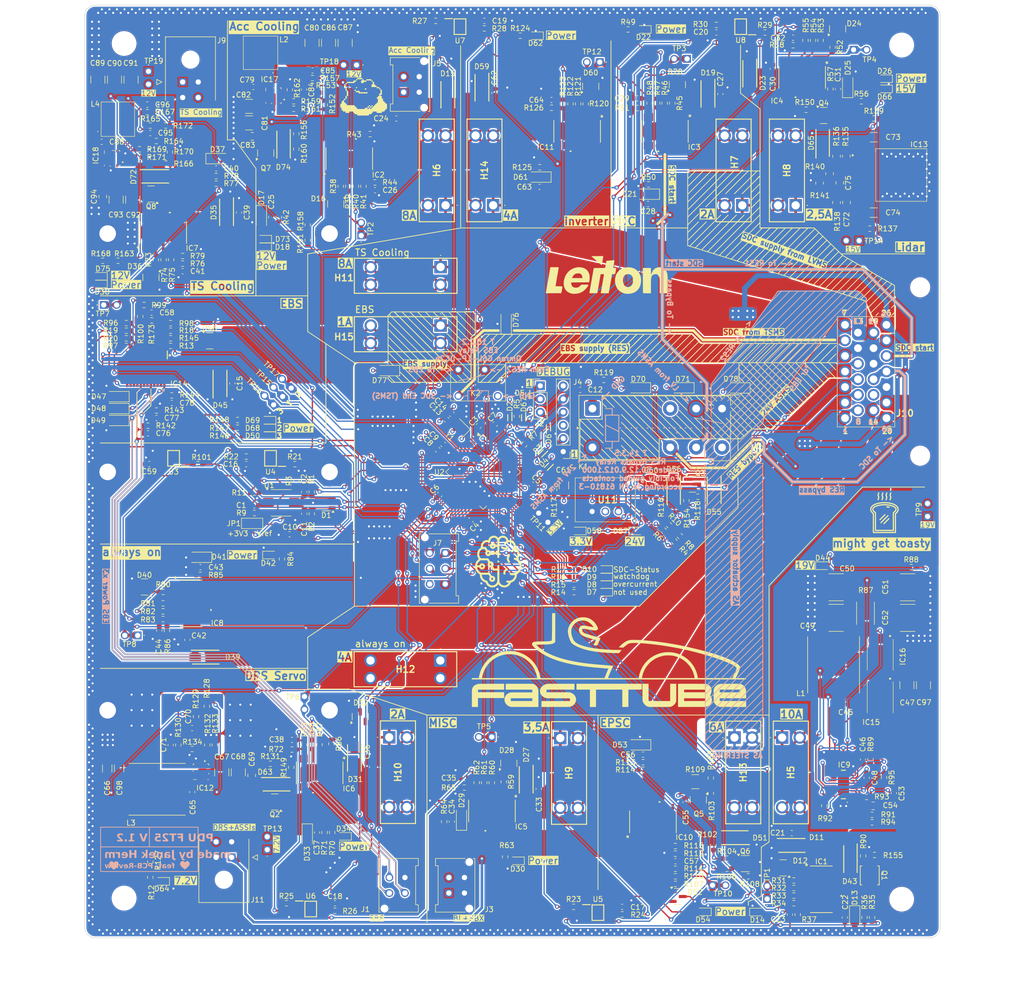
<source format=kicad_pcb>
(kicad_pcb
	(version 20240108)
	(generator "pcbnew")
	(generator_version "8.0")
	(general
		(thickness 1.6)
		(legacy_teardrops no)
	)
	(paper "A3")
	(title_block
		(title "PDU FT25")
		(date "2025-01-15")
		(rev "V1.2")
		(company "Janek Herm")
		(comment 1 "FasTTUBe Electronics")
	)
	(layers
		(0 "F.Cu" signal)
		(1 "In1.Cu" power)
		(2 "In2.Cu" signal)
		(31 "B.Cu" mixed)
		(32 "B.Adhes" user "B.Adhesive")
		(33 "F.Adhes" user "F.Adhesive")
		(34 "B.Paste" user)
		(35 "F.Paste" user)
		(36 "B.SilkS" user "B.Silkscreen")
		(37 "F.SilkS" user "F.Silkscreen")
		(38 "B.Mask" user)
		(39 "F.Mask" user)
		(40 "Dwgs.User" user "User.Drawings")
		(41 "Cmts.User" user "User.Comments")
		(42 "Eco1.User" user "User.Eco1")
		(43 "Eco2.User" user "User.Eco2")
		(44 "Edge.Cuts" user)
		(45 "Margin" user)
		(46 "B.CrtYd" user "B.Courtyard")
		(47 "F.CrtYd" user "F.Courtyard")
		(48 "B.Fab" user)
		(49 "F.Fab" user)
		(50 "User.1" user)
		(51 "User.2" user)
		(52 "User.3" user)
		(53 "User.4" user)
		(54 "User.5" user)
		(55 "User.6" user)
		(56 "User.7" user)
		(57 "User.8" user)
		(58 "User.9" user)
	)
	(setup
		(stackup
			(layer "F.SilkS"
				(type "Top Silk Screen")
			)
			(layer "F.Paste"
				(type "Top Solder Paste")
			)
			(layer "F.Mask"
				(type "Top Solder Mask")
				(thickness 0.01)
			)
			(layer "F.Cu"
				(type "copper")
				(thickness 0.035)
			)
			(layer "dielectric 1"
				(type "prepreg")
				(thickness 0.1)
				(material "FR4")
				(epsilon_r 4.5)
				(loss_tangent 0.02)
			)
			(layer "In1.Cu"
				(type "copper")
				(thickness 0.035)
			)
			(layer "dielectric 2"
				(type "core")
				(thickness 1.24)
				(material "FR4")
				(epsilon_r 4.5)
				(loss_tangent 0.02)
			)
			(layer "In2.Cu"
				(type "copper")
				(thickness 0.035)
			)
			(layer "dielectric 3"
				(type "prepreg")
				(thickness 0.1)
				(material "FR4")
				(epsilon_r 4.5)
				(loss_tangent 0.02)
			)
			(layer "B.Cu"
				(type "copper")
				(thickness 0.035)
			)
			(layer "B.Mask"
				(type "Bottom Solder Mask")
				(thickness 0.01)
			)
			(layer "B.Paste"
				(type "Bottom Solder Paste")
			)
			(layer "B.SilkS"
				(type "Bottom Silk Screen")
			)
			(copper_finish "None")
			(dielectric_constraints no)
		)
		(pad_to_mask_clearance 0)
		(allow_soldermask_bridges_in_footprints no)
		(pcbplotparams
			(layerselection 0x00010fc_ffffffff)
			(plot_on_all_layers_selection 0x0000000_00000000)
			(disableapertmacros no)
			(usegerberextensions no)
			(usegerberattributes yes)
			(usegerberadvancedattributes yes)
			(creategerberjobfile no)
			(dashed_line_dash_ratio 12.000000)
			(dashed_line_gap_ratio 3.000000)
			(svgprecision 4)
			(plotframeref no)
			(viasonmask no)
			(mode 1)
			(useauxorigin yes)
			(hpglpennumber 1)
			(hpglpenspeed 20)
			(hpglpendiameter 15.000000)
			(pdf_front_fp_property_popups yes)
			(pdf_back_fp_property_popups yes)
			(dxfpolygonmode yes)
			(dxfimperialunits yes)
			(dxfusepcbnewfont yes)
			(psnegative no)
			(psa4output no)
			(plotreference yes)
			(plotvalue no)
			(plotfptext yes)
			(plotinvisibletext no)
			(sketchpadsonfab no)
			(subtractmaskfromsilk yes)
			(outputformat 1)
			(mirror no)
			(drillshape 0)
			(scaleselection 1)
			(outputdirectory "gerber/")
		)
	)
	(net 0 "")
	(net 1 "GND")
	(net 2 "+3V3")
	(net 3 "stdCAN_H")
	(net 4 "/MCU/Vref")
	(net 5 "stdCAN_L")
	(net 6 "/MCU/NRST")
	(net 7 "Net-(D11-A2)")
	(net 8 "/powerstages/P_Out6a")
	(net 9 "/powerstages/IS4")
	(net 10 "Net-(D15-A2)")
	(net 11 "/connectors/P_Out1")
	(net 12 "/powerstages/IS1")
	(net 13 "Net-(D19-A2)")
	(net 14 "/powerstages/IS10")
	(net 15 "Net-(D23-A2)")
	(net 16 "/powerstages/P_Out9a")
	(net 17 "/powerstages/IS7")
	(net 18 "Net-(D27-A2)")
	(net 19 "/connectors/P_Out8")
	(net 20 "/powerstages/IS8")
	(net 21 "Net-(D31-A2)")
	(net 22 "/powerstages/P_Out5a")
	(net 23 "/powerstages/IS3")
	(net 24 "Net-(D35-A2)")
	(net 25 "/connectors/P_Out2")
	(net 26 "/powerstages/IS2")
	(net 27 "/connectors/P_Out9")
	(net 28 "/powerstages/IS9")
	(net 29 "Net-(IC9-CBOOT)")
	(net 30 "Net-(IC9-SW)")
	(net 31 "Net-(IC9-VCC)")
	(net 32 "Net-(D43-K)")
	(net 33 "Net-(IC9-PFM{slash}SYNC)")
	(net 34 "/connectors/P_Out4")
	(net 35 "Net-(C53-Pad2)")
	(net 36 "Net-(IC9-EXTCOMP)")
	(net 37 "Net-(D51-A2)")
	(net 38 "/connectors/P_Out5")
	(net 39 "/powerstages/IS5")
	(net 40 "Net-(D56-K)")
	(net 41 "Net-(D59-A2)")
	(net 42 "/connectors/P_Out6")
	(net 43 "/powerstages/IS6")
	(net 44 "Net-(IC12-SW)")
	(net 45 "Net-(IC12-BOOT)")
	(net 46 "/connectors/P_Out3")
	(net 47 "Net-(D63-K)")
	(net 48 "Net-(IC12-FB)")
	(net 49 "Net-(IC12-SS)")
	(net 50 "/connectors/P_Out7")
	(net 51 "Net-(IC13-FB)")
	(net 52 "Net-(D65-K)")
	(net 53 "Net-(IC13-SS)")
	(net 54 "/MCU/SWCLK")
	(net 55 "/MCU/SWDIO")
	(net 56 "/MCU/UART_RX")
	(net 57 "/MCU/UART_TX")
	(net 58 "Net-(D7-A)")
	(net 59 "Net-(D8-A)")
	(net 60 "Net-(D9-A)")
	(net 61 "Net-(D10-A)")
	(net 62 "Net-(D12-A)")
	(net 63 "unconnected-(D12-NC-Pad2)")
	(net 64 "Net-(D14-A)")
	(net 65 "Net-(D16-A)")
	(net 66 "unconnected-(D16-NC-Pad2)")
	(net 67 "Net-(D18-A)")
	(net 68 "Net-(D20-A)")
	(net 69 "unconnected-(D20-NC-Pad2)")
	(net 70 "Net-(D22-A)")
	(net 71 "Net-(D24-A)")
	(net 72 "unconnected-(D24-NC-Pad2)")
	(net 73 "Net-(D26-A)")
	(net 74 "Net-(D28-A)")
	(net 75 "unconnected-(D28-NC-Pad2)")
	(net 76 "Net-(D30-A)")
	(net 77 "unconnected-(D32-NC-Pad2)")
	(net 78 "Net-(D32-A)")
	(net 79 "Net-(D34-A)")
	(net 80 "Net-(D36-A)")
	(net 81 "unconnected-(D36-NC-Pad2)")
	(net 82 "Net-(D38-A)")
	(net 83 "Net-(D43-A)")
	(net 84 "Net-(D44-A)")
	(net 85 "Net-(D45-A2)")
	(net 86 "/powerstages/IS11")
	(net 87 "/connectors/P_Out12")
	(net 88 "unconnected-(D52-NC-Pad2)")
	(net 89 "Net-(D52-A)")
	(net 90 "Net-(D54-A)")
	(net 91 "Net-(D56-A)")
	(net 92 "Net-(D57-A)")
	(net 93 "Net-(D58-A)")
	(net 94 "unconnected-(D60-NC-Pad2)")
	(net 95 "Net-(D60-A)")
	(net 96 "Net-(D62-A)")
	(net 97 "Net-(D63-A)")
	(net 98 "Net-(D64-A)")
	(net 99 "Net-(D65-A)")
	(net 100 "Net-(D66-A)")
	(net 101 "/connectors/P_Out11")
	(net 102 "/connectors/P_Out10")
	(net 103 "Net-(D46-A)")
	(net 104 "+24V")
	(net 105 "Net-(IC1-IS)")
	(net 106 "Net-(IC1-GND)")
	(net 107 "Net-(IC1-IN)")
	(net 108 "Net-(IC1-DEN)")
	(net 109 "Net-(IC2-IS)")
	(net 110 "Net-(IC2-IN)")
	(net 111 "Net-(IC2-DEN)")
	(net 112 "Net-(IC2-GND)")
	(net 113 "Net-(IC3-IN)")
	(net 114 "Net-(IC3-GND)")
	(net 115 "Net-(IC3-IS)")
	(net 116 "Net-(IC3-DEN)")
	(net 117 "Net-(IC4-IN)")
	(net 118 "Net-(IC4-GND)")
	(net 119 "Net-(IC4-IS)")
	(net 120 "Net-(IC4-DEN)")
	(net 121 "Net-(IC5-GND)")
	(net 122 "Net-(IC5-DEN)")
	(net 123 "Net-(IC5-IS)")
	(net 124 "Net-(IC5-IN)")
	(net 125 "Net-(IC6-GND)")
	(net 126 "Net-(IC6-IN)")
	(net 127 "Net-(IC6-DEN)")
	(net 128 "Net-(IC6-IS)")
	(net 129 "Net-(IC7-IN)")
	(net 130 "Net-(IC7-IS)")
	(net 131 "Net-(IC7-GND)")
	(net 132 "Net-(IC7-DEN)")
	(net 133 "Net-(IC9-CNFG)")
	(net 134 "Net-(IC9-PG{slash}SYNCOUT)")
	(net 135 "Net-(IC9-RT)")
	(net 136 "Net-(IC9-ISNS+)")
	(net 137 "Net-(IC9-HO)")
	(net 138 "Net-(IC9-LO)")
	(net 139 "Net-(IC9-FB)")
	(net 140 "Net-(IC10-IS)")
	(net 141 "Net-(IC10-IN)")
	(net 142 "Net-(IC10-DEN)")
	(net 143 "Net-(IC10-GND)")
	(net 144 "Net-(IC11-DEN)")
	(net 145 "Net-(IC11-IS)")
	(net 146 "Net-(IC11-IN)")
	(net 147 "Net-(IC11-GND)")
	(net 148 "Net-(IC12-PG)")
	(net 149 "Net-(IC12-MODE)")
	(net 150 "Net-(IC12-EN)")
	(net 151 "Net-(IC13-RON)")
	(net 152 "Net-(IC13-EN)")
	(net 153 "/MCU/SWO")
	(net 154 "FDCAN_H")
	(net 155 "FDCAN_L")
	(net 156 "/RBR/SDC bypass")
	(net 157 "24V ASMS")
	(net 158 "Net-(JP1-C)")
	(net 159 "unconnected-(K1-Pad12)")
	(net 160 "unconnected-(K1-Pad24)")
	(net 161 "Net-(K1-PadA1)")
	(net 162 "unconnected-(D46-NC-Pad2)")
	(net 163 "Net-(IC14-DSEL1)")
	(net 164 "Net-(Q5-D)")
	(net 165 "Net-(Q5-G)")
	(net 166 "Net-(Q6-G)")
	(net 167 "Net-(Q6-D)")
	(net 168 "Net-(U1-Rs)")
	(net 169 "Net-(U2-PA0)")
	(net 170 "Net-(U2-BOOT0)")
	(net 171 "Net-(U2-PC0)")
	(net 172 "Net-(U2-PA11)")
	(net 173 "/MCU/CAN_RX")
	(net 174 "/MCU/CAN_TX")
	(net 175 "Net-(U2-PA12)")
	(net 176 "unconnected-(U2-PB7-Pad59)")
	(net 177 "unconnected-(U2-PA15-Pad50)")
	(net 178 "/MCU/STATUS_LED1")
	(net 179 "/MCU/STATUS_LED2")
	(net 180 "/MCU/STATUS_LED3")
	(net 181 "/MCU/STATUS_LED4")
	(net 182 "Net-(R12-Pad1)")
	(net 183 "Net-(U4A--)")
	(net 184 "/MCU/ISENSE1")
	(net 185 "Net-(U4B--)")
	(net 186 "/MCU/ISENSE2")
	(net 187 "/MCU/ISENSE3")
	(net 188 "Net-(U5A--)")
	(net 189 "Net-(U5B--)")
	(net 190 "/MCU/ISENSE4")
	(net 191 "/MCU/ISENSE5")
	(net 192 "Net-(U6A--)")
	(net 193 "Net-(U6B--)")
	(net 194 "/MCU/ISENSE6")
	(net 195 "/MCU/ISENSE7")
	(net 196 "Net-(U7A--)")
	(net 197 "Net-(U7B--)")
	(net 198 "/MCU/ISENSE8")
	(net 199 "/MCU/ISENSE9")
	(net 200 "Net-(U8A--)")
	(net 201 "Net-(U8B--)")
	(net 202 "/MCU/ISENSE10")
	(net 203 "/MCU/IN4")
	(net 204 "/MCU/IN1")
	(net 205 "/MCU/IN10")
	(net 206 "/MCU/IN7")
	(net 207 "/MCU/IN8")
	(net 208 "/MCU/IN3")
	(net 209 "/MCU/IN2")
	(net 210 "/MCU/IN9")
	(net 211 "/MCU/IN11")
	(net 212 "/MCU/IN12")
	(net 213 "/MCU/IN13")
	(net 214 "/MCU/PC_Read")
	(net 215 "/MCU/PC_EN")
	(net 216 "/MCU/IN5")
	(net 217 "/MCU/IN6")
	(net 218 "/MCU/XTAL_OUT")
	(net 219 "unconnected-(U2-PC5-Pad25)")
	(net 220 "Net-(IC14-GND)")
	(net 221 "unconnected-(U2-PC12-Pad53)")
	(net 222 "Net-(IC14-DEN)")
	(net 223 "Net-(IC14-IN2)")
	(net 224 "/MCU/XTAL_IN")
	(net 225 "unconnected-(U2-PD2-Pad54)")
	(net 226 "unconnected-(IC14-OUT3-Pad13)")
	(net 227 "Net-(IC14-IN0)")
	(net 228 "Net-(IC14-IN3)")
	(net 229 "Net-(IC14-DSEL0)")
	(net 230 "Net-(IC14-IN1)")
	(net 231 "Net-(IC14-IS)")
	(net 232 "/MCU/DSEL0")
	(net 233 "/MCU/DSEL1")
	(net 234 "Net-(U3A--)")
	(net 235 "/MCU/ISENSE11")
	(net 236 "Net-(U3B--)")
	(net 237 "unconnected-(IC9-NC_1-Pad1)")
	(net 238 "unconnected-(IC9-NC_2-Pad2)")
	(net 239 "unconnected-(IC9-NC_4-Pad23)")
	(net 240 "unconnected-(IC9-NC_3-Pad22)")
	(net 241 "unconnected-(IC9-NC_5-Pad24)")
	(net 242 "Net-(D50-A)")
	(net 243 "Net-(D68-A)")
	(net 244 "Net-(D69-A)")
	(net 245 "/connectors/P_Out14")
	(net 246 "/connectors/P_Out13")
	(net 247 "Net-(IC17-SW)")
	(net 248 "Net-(IC17-BOOT)")
	(net 249 "Net-(D72-K)")
	(net 250 "Net-(IC17-FB)")
	(net 251 "Net-(IC17-SS)")
	(net 252 "Net-(IC18-BOOT)")
	(net 253 "Net-(IC18-SW)")
	(net 254 "Net-(D74-K)")
	(net 255 "Net-(IC18-FB)")
	(net 256 "Net-(IC18-SS)")
	(net 257 "Net-(D72-A)")
	(net 258 "Net-(D73-A)")
	(net 259 "Net-(D74-A)")
	(net 260 "Net-(D75-A)")
	(net 261 "Net-(IC17-PG)")
	(net 262 "Net-(IC17-MODE)")
	(net 263 "Net-(IC17-EN)")
	(net 264 "Net-(IC18-PG)")
	(net 265 "Net-(IC18-MODE)")
	(net 266 "Net-(IC18-EN)")
	(net 267 "Net-(R151-Pad2)")
	(net 268 "Net-(R163-Pad2)")
	(net 269 "EBS supply")
	(net 270 "AS actuator supply")
	(net 271 "unconnected-(IC1-NC-Pad7)")
	(net 272 "unconnected-(IC1-NC-Pad1)")
	(net 273 "unconnected-(IC1-NC-Pad14)")
	(net 274 "unconnected-(IC1-NC-Pad8)")
	(net 275 "unconnected-(IC1-NC-Pad9)")
	(net 276 "unconnected-(IC1-NC-Pad13)")
	(net 277 "unconnected-(IC1-NC-Pad2)")
	(net 278 "unconnected-(IC2-NC-Pad2)")
	(net 279 "unconnected-(IC2-NC-Pad7)")
	(net 280 "unconnected-(IC2-NC-Pad8)")
	(net 281 "unconnected-(IC2-NC-Pad14)")
	(net 282 "unconnected-(IC2-NC-Pad1)")
	(net 283 "unconnected-(IC2-NC-Pad9)")
	(net 284 "unconnected-(IC2-NC-Pad13)")
	(net 285 "unconnected-(IC3-NC-Pad8)")
	(net 286 "unconnected-(IC3-NC-Pad1)")
	(net 287 "unconnected-(IC3-NC-Pad7)")
	(net 288 "unconnected-(IC3-NC-Pad14)")
	(net 289 "unconnected-(IC3-NC-Pad13)")
	(net 290 "unconnected-(IC3-NC-Pad9)")
	(net 291 "unconnected-(IC3-NC-Pad2)")
	(net 292 "unconnected-(IC4-NC-Pad2)")
	(net 293 "unconnected-(IC4-NC-Pad1)")
	(net 294 "unconnected-(IC4-NC-Pad13)")
	(net 295 "unconnected-(IC4-NC-Pad7)")
	(net 296 "unconnected-(IC4-NC-Pad9)")
	(net 297 "unconnected-(IC4-NC-Pad8)")
	(net 298 "unconnected-(IC4-NC-Pad14)")
	(net 299 "unconnected-(IC5-NC-Pad1)")
	(net 300 "unconnected-(IC5-NC-Pad8)")
	(net 301 "unconnected-(IC5-NC-Pad9)")
	(net 302 "unconnected-(IC5-NC-Pad14)")
	(net 303 "unconnected-(IC5-NC-Pad13)")
	(net 304 "unconnected-(IC5-NC-Pad2)")
	(net 305 "unconnected-(IC5-NC-Pad7)")
	(net 306 "unconnected-(IC6-NC-Pad14)")
	(net 307 "unconnected-(IC6-NC-Pad2)")
	(net 308 "unconnected-(IC6-NC-Pad7)")
	(net 309 "unconnected-(IC6-NC-Pad1)")
	(net 310 "unconnected-(IC6-NC-Pad9)")
	(net 311 "unconnected-(IC6-NC-Pad8)")
	(net 312 "unconnected-(IC6-NC-Pad13)")
	(net 313 "unconnected-(IC7-NC-Pad1)")
	(net 314 "unconnected-(IC7-NC-Pad9)")
	(net 315 "unconnected-(IC7-NC-Pad14)")
	(net 316 "unconnected-(IC7-NC-Pad13)")
	(net 317 "unconnected-(IC7-NC-Pad7)")
	(net 318 "unconnected-(IC7-NC-Pad8)")
	(net 319 "unconnected-(IC7-NC-Pad2)")
	(net 320 "unconnected-(IC10-NC-Pad14)")
	(net 321 "unconnected-(IC10-NC-Pad8)")
	(net 322 "unconnected-(IC10-NC-Pad13)")
	(net 323 "unconnected-(IC10-NC-Pad9)")
	(net 324 "unconnected-(IC10-NC-Pad1)")
	(net 325 "unconnected-(IC10-NC-Pad7)")
	(net 326 "unconnected-(IC10-NC-Pad2)")
	(net 327 "unconnected-(IC11-NC-Pad1)")
	(net 328 "unconnected-(IC11-NC-Pad13)")
	(net 329 "unconnected-(IC11-NC-Pad2)")
	(net 330 "unconnected-(IC11-NC-Pad7)")
	(net 331 "unconnected-(IC11-NC-Pad9)")
	(net 332 "unconnected-(IC11-NC-Pad8)")
	(net 333 "unconnected-(IC11-NC-Pad14)")
	(net 334 "unconnected-(IC14-NC-Pad21)")
	(net 335 "unconnected-(IC14-NC-Pad19)")
	(net 336 "unconnected-(IC14-NC-Pad15)")
	(net 337 "unconnected-(IC14-NC-Pad18)")
	(net 338 "unconnected-(IC14-NC-Pad23)")
	(net 339 "unconnected-(IC14-NC-Pad22)")
	(net 340 "unconnected-(IC14-NC-Pad14)")
	(net 341 "unconnected-(IC14-NC-Pad12)")
	(net 342 "unconnected-(IC14-NC-Pad1)")
	(net 343 "unconnected-(IC14-NC-Pad16)")
	(net 344 "/EBSR/EBS power")
	(net 345 "unconnected-(U2-PC14-Pad3)")
	(net 346 "unconnected-(U2-PC15-Pad4)")
	(net 347 "unconnected-(U2-PC13-Pad2)")
	(net 348 "Net-(R100-Pad1)")
	(net 349 "/RBR/RES")
	(net 350 "TSMS SDC")
	(net 351 "unconnected-(IC14-NC-Pad3)")
	(net 352 "unconnected-(U2-PB0-Pad26)")
	(net 353 "Net-(D39-A2)")
	(net 354 "unconnected-(D40-NC-Pad2)")
	(net 355 "Net-(D40-A)")
	(net 356 "Net-(D42-A)")
	(net 357 "unconnected-(IC8-NC-Pad8)")
	(net 358 "unconnected-(IC8-NC-Pad13)")
	(net 359 "Net-(IC8-IN)")
	(net 360 "unconnected-(IC8-NC-Pad9)")
	(net 361 "unconnected-(IC8-NC-Pad1)")
	(net 362 "Net-(IC8-DEN)")
	(net 363 "Net-(IC8-GND)")
	(net 364 "Net-(IC8-IS)")
	(net 365 "unconnected-(IC8-NC-Pad2)")
	(net 366 "unconnected-(IC8-NC-Pad14)")
	(net 367 "unconnected-(IC8-NC-Pad7)")
	(net 368 "unconnected-(J10-Pin_15-Pad15)")
	(footprint "5025:5025" (layer "F.Cu") (at 165.32 98.46 90))
	(footprint "Resistor_SMD:R_0603_1608Metric" (layer "F.Cu") (at 161.375 88.955 90))
	(footprint "Resistor_SMD:R_0603_1608Metric" (layer "F.Cu") (at 128.645 103.135 -90))
	(footprint "Capacitor_SMD:C_1210_3225Metric" (layer "F.Cu") (at 162.225 61.275 90))
	(footprint "BTT6010-1ERB:SOIC14_BTT6010-1ERB_INF" (layer "F.Cu") (at 163.019 83.649799 90))
	(footprint "824501241:DIOM5127X250N" (layer "F.Cu") (at 139.345 93.995 -90))
	(footprint "Resistor_SMD:R_0603_1608Metric" (layer "F.Cu") (at 122.555 83.275))
	(footprint "Package_TO_SOT_SMD:SOT-23" (layer "F.Cu") (at 124.75 106.535 -90))
	(footprint "Package_TO_SOT_SMD:SOT-23" (layer "F.Cu") (at 165.14 191.314998 90))
	(footprint "Resistor_SMD:R_0603_1608Metric" (layer "F.Cu") (at 135.615001 196.775 90))
	(footprint "Resistor_SMD:R_0603_1608Metric" (layer "F.Cu") (at 155.915 68.065))
	(footprint "Capacitor_SMD:C_1210_3225Metric" (layer "F.Cu") (at 143.685 76.725 180))
	(footprint "Resistor_SMD:R_0603_1608Metric" (layer "F.Cu") (at 135.545001 189.315 -90))
	(footprint "LED_SMD:LED_0603_1608Metric" (layer "F.Cu") (at 266.295 70.155 180))
	(footprint "brain:heart" (layer "F.Cu") (at 117.6 220.05))
	(footprint "Resistor_SMD:R_0603_1608Metric" (layer "F.Cu") (at 127.585 77.225))
	(footprint "ESD321DYAR:SODFL1608X77N" (layer "F.Cu") (at 193.99 133.625 -90))
	(footprint "Diode_SMD:D_SOD-123F" (layer "F.Cu") (at 218.94 127.854999 180))
	(footprint "5025:5025" (layer "F.Cu") (at 147.190001 216.99 90))
	(footprint "Resistor_SMD:R_0603_1608Metric" (layer "F.Cu") (at 147.805 200.415))
	(footprint "5025:5025" (layer "F.Cu") (at 261.38 99.44 180))
	(footprint "MountingHole:MountingHole_3.2mm_M3_DIN965_Pad" (layer "F.Cu") (at 116.41 144.08 -90))
	(footprint "Resistor_SMD:R_0603_1608Metric" (layer "F.Cu") (at 254.645 208.515 -90))
	(footprint "3557-15:355715" (layer "F.Cu") (at 180.58 180.485 180))
	(footprint "Resistor_SMD:R_0603_1608Metric" (layer "F.Cu") (at 264.205001 75.855))
	(footprint "Capacitor_SMD:C_0603_1608Metric" (layer "F.Cu") (at 156.795 213.675001 -90))
	(footprint "Resistor_SMD:R_0603_1608Metric" (layer "F.Cu") (at 120.005477 118.297452))
	(footprint "MountingHole:MountingHole_4.3mm_M4" (layer "F.Cu") (at 119.575 226.345))
	(footprint "Capacitor_SMD:C_1210_3225Metric" (layer "F.Cu") (at 138.414747 202.063428 90))
	(footprint "Diode_SMD:D_SOD-123F" (layer "F.Cu") (at 146.065 94.88 -90))
	(footprint "Capacitor_SMD:C_0603_1608Metric" (layer "F.Cu") (at 185.205 203.145 180))
	(footprint "Resistor_SMD:R_0603_1608Metric" (layer "F.Cu") (at 225.925 220.675))
	(footprint "Resistor_SMD:R_0603_1608Metric"
		(layer "F.Cu")
		(uuid "15025461-dcc7-4f61-9542-8f8e8ec99700")
		(at 154.995 99.365 90)
		(descr "Resistor SMD 0603 (1608 Metric), square (rectangular) end terminal, IPC_7351 nominal, (Body size source: IPC-SM-782 page 72, https://www.pcb-3d.com/wordpress/wp-content/uploads/ipc-sm-782a_amendment_1_and_2.pdf), generated with kicad-footprint-generator")
		(tags "resistor")
		(property "Reference" "R151"
			(at -0.65 -1.42 90)
			(layer "F.SilkS")
			(uuid "122f886c-686c-4dca-9df4-687a2b60e366")
			(effects
				(font
					(size 1 1)
					(thickness 0.15)
				)
			)
		)
		(property "Value" "1k"
			(at 0 1.43 90)
			(layer "F.Fab")
			(uuid "a592b584-abae-4bea-8bc8-0a8ffebe0b80")
			(effects
				(font
					(size 1 1)
					(thickness 0.15)
				)
			)
		)
		(property "Footprint" "Resistor_SMD:R_0603_1608Metric"
			(at 0 0 90)
			(unlocked yes)
			(layer "F.Fab")
			(hide yes)
			(uuid "1c5f638a-4832-4642-88d6-97d1baf0f576")
			(effects
				(font
					(size 1.27 1.27)
					(thickness 0.15)
				)
			)
		)
		(property "Datasheet" ""
			(at 0 0 90)
			(unlocked yes)
			(layer "F.Fab")
			(hide yes)
			(uuid "59d60a19-0eeb-4754-9aba-e42d43305fa7")
			(effects
				(font
					(size 1.27 1.27)
					(thickness 0.15)
				)
			)
		)
		(property "Description" "Resistor, small symbol"
			(at 0 0 90)
			(unlocked yes)
			(layer "F.Fab")
			(hide yes)
			(uuid "33615a10-7215-4795-96b9-fa93cea6c121")
			(effects
				(font
					(size 1.27 1.27)
					(thickness 0.15)
				)
			)
		)
		(property ki_fp_filters "R_*")
		(path "/780d04e9-366d-4b48-88f6-229428c96c3a/2688228a-78b0-463b-82bd-42a0dedab640/a31b0199-c63c-4e83-8127-1fac1a9facaf")
		(sheetname "ACC pump DCDC")
		(sheetfile "pumpDCDC.kicad_sch")
		(attr smd)
		(fp_line
			(start -0.237258 -0.5225)
			(end 0.237258 -0.5225)
			(stroke
				(width 0.12)
				(type solid)
			)
			(layer "F.SilkS")
			(uuid "dc8e5fd8-4ca3-4c1d-b1f5-6eaae540711d")
		)
		(fp_line
			(start -0.237258 0.5225)
			(end 0.237258 0.5225)
			(stroke
				(width 0.12)
				(type solid)
			)
			(layer "F.SilkS")
			(uuid "6c0a18d3-6077-4bcb-825a-872d2e6b7716")
		)
		(fp_line
			(start 1.48 -0.73)
			(end 1.48 0.73)
			(stroke
				(width 0.05)
				(type solid)
			)
			(layer "F.CrtYd")
			(uuid "7313f3b4-9a54-4d87-8c75-088e5090a017")
		)
		(fp_line
			(start -1.48 -0.73)
			(end 1.48 -0.73)
			(stroke
				(width 0.05)
				(type solid)
			)
			(layer "F.CrtYd")
			(uuid "6af3927a-7d15-47f2-a5a0-8445f1b4c182")
		)
		(fp_line
			(start 1.48 0.73)
			(end -1.48 0.73)
			(stroke
				(width 0.05)
				(type solid)
			)
			(layer "F.CrtYd")
			(uuid "72e13f33-6639-4f39-84e2-7a3d4ba4715a")
		)
		(fp_line
			(start -1.48 0.73)
			(end -1.48 -0.73)
			(stroke
				(width 0.05)
				(type solid)
			)
			(layer "F.CrtYd")
			(uuid "ff98d762-9a6b-4848-89e9-20b6125bce37")
		)
		(fp_line
			(start 0.8 -0.4125)
			(end 0.8 0.4125)
			(stroke
				(width 0.1)
				(type solid)
			)
			(layer "F.Fab")
			(uuid "fe961a65-105c-43a7-89d7-5c7c44acd8a1")
		)
		(fp_line
			(start -0.8 -0.4125)
			(end 0.8 -0.4125)
			(stroke
				(width 0.1)
				(type solid)
			)
			(layer "F.Fab")
			(uuid "bb8064fe-6479-4ead-87cb-214fa68d7676")
		)
		(fp_line
			(start 0.8 0.4125)
			(end -0.8 0.4125)
			(stroke
				(width 0.1)
				(type solid)
			)
			(layer "F.Fab")
			(uuid "0ba98a26-6841-4152-aae7-55d7e1c78c39")
		)
		(fp_line
			(start -0.8 0.4125)
			(end -0.8 -0.4125)
			(stroke
				(width 0.1)
				(type solid)
			)
			(layer "F.Fab")
			(uuid "5d11a3ad-477d-4115-9465-9e9afb18566f")
		)
		(fp_text user "${REFERENCE}"
			(at 0 0 90)
			(layer "F.Fab")
			(uuid "17fd480c-78e4-42b3-bdb3-934d3a1139dc")
			(effects
				(font
					
... [9302845 chars truncated]
</source>
